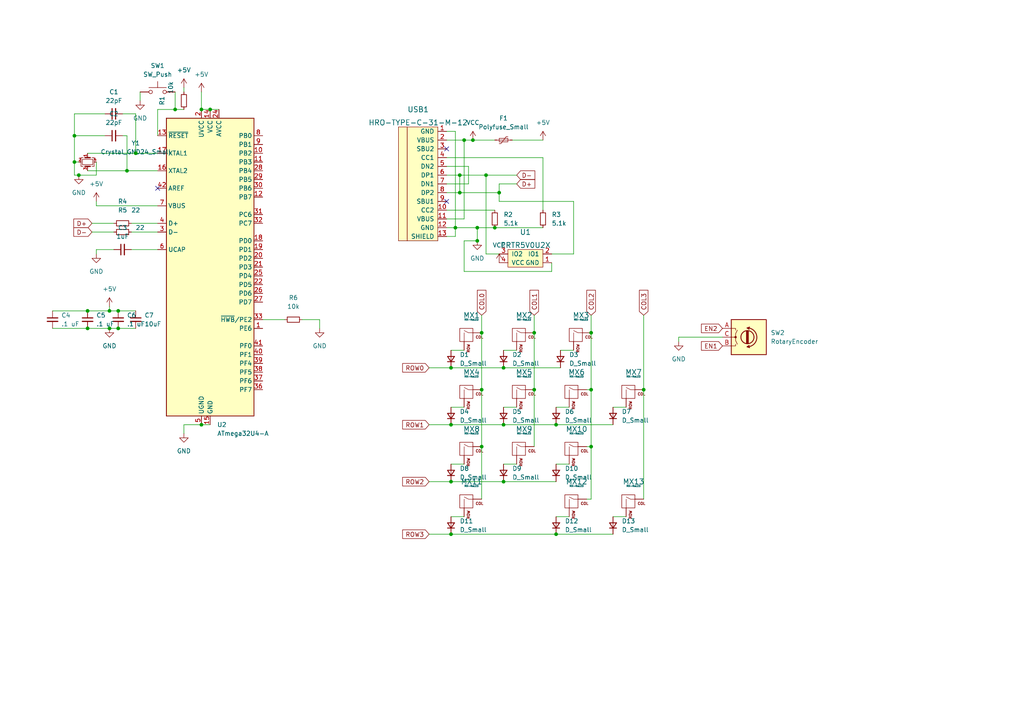
<source format=kicad_sch>
(kicad_sch (version 20211123) (generator eeschema)
  (paper "A4")
  (lib_symbols
    (symbol "Device:C_Small" (pin_numbers hide) (pin_names (offset 0.254) hide)
      (property "Reference" "C" (at 0.254 1.778 0))
      (property "Value" "C_Small" (at 0.254 -2.032 0))
      (symbol "C_Small_0_1"
        (polyline (pts (xy -1.524 -0.508) (xy 1.524 -0.508)) (stroke (width 0.3302)))
        (polyline (pts (xy -1.524 0.508) (xy 1.524 0.508)) (stroke (width 0.3048)))
      )
      (symbol "C_Small_1_1"
        (pin passive line (at 0 2.54 270) (length 2.032) (name "~") (number "1"))
        (pin passive line (at 0 -2.54 90) (length 2.032) (name "~") (number "2"))
      )
    )
    (symbol "Device:Crystal_GND24_Small" (pin_names (offset 1.016) hide)
      (property "Reference" "Y" (at 1.27 4.445 0))
      (property "Value" "Crystal_GND24_Small" (at 1.27 2.54 0))
      (symbol "Crystal_GND24_Small_0_1"
        (rectangle (start -0.762 -1.524) (end 0.762 1.524))
        (polyline (pts (xy -1.27 -0.762) (xy -1.27 0.762)) (stroke (width 0.381)))
        (polyline (pts (xy 1.27 -0.762) (xy 1.27 0.762)) (stroke (width 0.381)))
        (polyline (pts (xy -1.27 -1.27) (xy -1.27 -1.905) (xy 1.27 -1.905) (xy 1.27 -1.27)))
        (polyline (pts (xy -1.27 1.27) (xy -1.27 1.905) (xy 1.27 1.905) (xy 1.27 1.27)))
      )
      (symbol "Crystal_GND24_Small_1_1"
        (pin passive line (at -2.54 0 0) (length 1.27) (name "1") (number "1"))
        (pin passive line (at 0 -2.54 90) (length 0.635) (name "2") (number "2"))
        (pin passive line (at 2.54 0 180) (length 1.27) (name "3") (number "3"))
        (pin passive line (at 0 2.54 270) (length 0.635) (name "4") (number "4"))
      )
    )
    (symbol "Device:D_Small" (pin_numbers hide) (pin_names (offset 0.254) hide)
      (property "Reference" "D" (at -1.27 2.032 0))
      (property "Value" "D_Small" (at -3.81 -2.032 0))
      (symbol "D_Small_0_1"
        (polyline (pts (xy -0.762 -1.016) (xy -0.762 1.016)) (stroke (width 0.254)))
        (polyline (pts (xy -0.762 0) (xy 0.762 0)))
        (polyline (pts (xy 0.762 -1.016) (xy -0.762 0) (xy 0.762 1.016) (xy 0.762 -1.016)) (stroke (width 0.254)))
      )
      (symbol "D_Small_1_1"
        (pin passive line (at -2.54 0 0) (length 1.778) (name "K") (number "1"))
        (pin passive line (at 2.54 0 180) (length 1.778) (name "A") (number "2"))
      )
    )
    (symbol "Device:Polyfuse_Small" (pin_numbers hide) (pin_names (offset 0))
      (property "Reference" "F" (at -1.905 0 90))
      (property "Value" "Polyfuse_Small" (at 1.905 0 90))
      (symbol "Polyfuse_Small_0_1"
        (rectangle (start -0.508 1.27) (end 0.508 -1.27))
        (polyline (pts (xy 0 2.54) (xy 0 -2.54)))
        (polyline (pts (xy -1.016 1.27) (xy -1.016 0.762) (xy 1.016 -0.762) (xy 1.016 -1.27)))
      )
      (symbol "Polyfuse_Small_1_1"
        (pin passive line (at 0 2.54 270) (length 0.635) (name "~") (number "1"))
        (pin passive line (at 0 -2.54 90) (length 0.635) (name "~") (number "2"))
      )
    )
    (symbol "Device:R_Small" (pin_numbers hide) (pin_names (offset 0.254) hide)
      (property "Reference" "R" (at 0.762 0.508 0))
      (property "Value" "R_Small" (at 0.762 -1.016 0))
      (symbol "R_Small_0_1"
        (rectangle (start -0.762 1.778) (end 0.762 -1.778) (stroke (width 0.2032)))
      )
      (symbol "R_Small_1_1"
        (pin passive line (at 0 2.54 270) (length 0.762) (name "~") (number "1"))
        (pin passive line (at 0 -2.54 90) (length 0.762) (name "~") (number "2"))
      )
    )
    (symbol "Device:RotaryEncoder" (pin_names (offset 0.254) hide)
      (property "Reference" "SW" (at 0 6.604 0))
      (property "Value" "RotaryEncoder" (at 0 -6.604 0))
      (symbol "RotaryEncoder_0_1"
        (rectangle (start -5.08 5.08) (end 5.08 -5.08) (stroke (width 0.254)) (fill (type background)))
        (circle (center -3.81 0) (radius 0.254) (fill (type outline)))
        (arc (start -0.381 -2.794) (mid 2.3622 -0.0508) (end -0.381 2.667) (stroke (width 0.254)))
        (circle (center -0.381 0) (radius 1.905) (stroke (width 0.254)))
        (polyline (pts (xy -0.635 -1.778) (xy -0.635 1.778)) (stroke (width 0.254)))
        (polyline (pts (xy -0.381 -1.778) (xy -0.381 1.778)) (stroke (width 0.254)))
        (polyline (pts (xy -0.127 1.778) (xy -0.127 -1.778)) (stroke (width 0.254)))
        (polyline (pts (xy -5.08 -2.54) (xy -3.81 -2.54) (xy -3.81 -2.032)))
        (polyline (pts (xy -5.08 2.54) (xy -3.81 2.54) (xy -3.81 2.032)))
        (polyline (pts (xy 0.254 -3.048) (xy -0.508 -2.794) (xy 0.127 -2.413)) (stroke (width 0.254)))
        (polyline (pts (xy 0.254 2.921) (xy -0.508 2.667) (xy 0.127 2.286)) (stroke (width 0.254)))
        (polyline (pts (xy -5.08 0) (xy -3.81 0) (xy -3.81 -1.016) (xy -3.302 -2.032)))
        (polyline (pts (xy -4.318 0) (xy -3.81 0) (xy -3.81 1.016) (xy -3.302 2.032)))
      )
      (symbol "RotaryEncoder_1_1"
        (pin passive line (at -7.62 2.54 0) (length 2.54) (name "A") (number "A"))
        (pin passive line (at -7.62 -2.54 0) (length 2.54) (name "B") (number "B"))
        (pin passive line (at -7.62 0 0) (length 2.54) (name "C") (number "C"))
      )
    )
    (symbol "MCU_Microchip_ATmega:ATmega32U4-A"
      (property "Reference" "U" (at -12.7 44.45 0))
      (property "Value" "ATmega32U4-A" (at 2.54 -44.45 0))
      (symbol "ATmega32U4-A_0_1"
        (rectangle (start -12.7 -43.18) (end 12.7 43.18) (stroke (width 0.254)) (fill (type background)))
      )
      (symbol "ATmega32U4-A_1_1"
        (pin bidirectional line (at 15.24 -17.78 180) (length 2.54) (name "PE6") (number "1"))
        (pin bidirectional line (at 15.24 33.02 180) (length 2.54) (name "PB2") (number "10"))
        (pin bidirectional line (at 15.24 30.48 180) (length 2.54) (name "PB3") (number "11"))
        (pin bidirectional line (at 15.24 20.32 180) (length 2.54) (name "PB7") (number "12"))
        (pin input line (at -15.24 38.1 0) (length 2.54) (name "~{RESET}") (number "13"))
        (pin power_in line (at 0 45.72 270) (length 2.54) (name "VCC") (number "14"))
        (pin power_in line (at 0 -45.72 90) (length 2.54) (name "GND") (number "15"))
        (pin output line (at -15.24 27.94 0) (length 2.54) (name "XTAL2") (number "16"))
        (pin input line (at -15.24 33.02 0) (length 2.54) (name "XTAL1") (number "17"))
        (pin bidirectional line (at 15.24 7.62 180) (length 2.54) (name "PD0") (number "18"))
        (pin bidirectional line (at 15.24 5.08 180) (length 2.54) (name "PD1") (number "19"))
        (pin power_in line (at -2.54 45.72 270) (length 2.54) (name "UVCC") (number "2"))
        (pin bidirectional line (at 15.24 2.54 180) (length 2.54) (name "PD2") (number "20"))
        (pin bidirectional line (at 15.24 0 180) (length 2.54) (name "PD3") (number "21"))
        (pin bidirectional line (at 15.24 -5.08 180) (length 2.54) (name "PD5") (number "22"))
        (pin passive line (at 0 -45.72 90) (length 2.54) hide (name "GND") (number "23"))
        (pin power_in line (at 2.54 45.72 270) (length 2.54) (name "AVCC") (number "24"))
        (pin bidirectional line (at 15.24 -2.54 180) (length 2.54) (name "PD4") (number "25"))
        (pin bidirectional line (at 15.24 -7.62 180) (length 2.54) (name "PD6") (number "26"))
        (pin bidirectional line (at 15.24 -10.16 180) (length 2.54) (name "PD7") (number "27"))
        (pin bidirectional line (at 15.24 27.94 180) (length 2.54) (name "PB4") (number "28"))
        (pin bidirectional line (at 15.24 25.4 180) (length 2.54) (name "PB5") (number "29"))
        (pin bidirectional line (at -15.24 10.16 0) (length 2.54) (name "D-") (number "3"))
        (pin bidirectional line (at 15.24 22.86 180) (length 2.54) (name "PB6") (number "30"))
        (pin bidirectional line (at 15.24 15.24 180) (length 2.54) (name "PC6") (number "31"))
        (pin bidirectional line (at 15.24 12.7 180) (length 2.54) (name "PC7") (number "32"))
        (pin bidirectional line (at 15.24 -15.24 180) (length 2.54) (name "~{HWB}/PE2") (number "33"))
        (pin passive line (at 0 45.72 270) (length 2.54) hide (name "VCC") (number "34"))
        (pin passive line (at 0 -45.72 90) (length 2.54) hide (name "GND") (number "35"))
        (pin bidirectional line (at 15.24 -35.56 180) (length 2.54) (name "PF7") (number "36"))
        (pin bidirectional line (at 15.24 -33.02 180) (length 2.54) (name "PF6") (number "37"))
        (pin bidirectional line (at 15.24 -30.48 180) (length 2.54) (name "PF5") (number "38"))
        (pin bidirectional line (at 15.24 -27.94 180) (length 2.54) (name "PF4") (number "39"))
        (pin bidirectional line (at -15.24 12.7 0) (length 2.54) (name "D+") (number "4"))
        (pin bidirectional line (at 15.24 -25.4 180) (length 2.54) (name "PF1") (number "40"))
        (pin bidirectional line (at 15.24 -22.86 180) (length 2.54) (name "PF0") (number "41"))
        (pin passive line (at -15.24 22.86 0) (length 2.54) (name "AREF") (number "42"))
        (pin passive line (at 0 -45.72 90) (length 2.54) hide (name "GND") (number "43"))
        (pin passive line (at 2.54 45.72 270) (length 2.54) hide (name "AVCC") (number "44"))
        (pin passive line (at -2.54 -45.72 90) (length 2.54) (name "UGND") (number "5"))
        (pin passive line (at -15.24 5.08 0) (length 2.54) (name "UCAP") (number "6"))
        (pin input line (at -15.24 17.78 0) (length 2.54) (name "VBUS") (number "7"))
        (pin bidirectional line (at 15.24 38.1 180) (length 2.54) (name "PB0") (number "8"))
        (pin bidirectional line (at 15.24 35.56 180) (length 2.54) (name "PB1") (number "9"))
      )
    )
    (symbol "MX_Alps_Hybrid:MX-NoLED" (pin_names (offset 1.016))
      (property "Reference" "MX" (at -0.635 3.81 0))
      (property "Value" "MX-NoLED" (at -0.635 1.27 0))
      (symbol "MX-NoLED_0_0"
        (rectangle (start -2.54 2.54) (end 1.27 -1.27))
        (polyline (pts (xy -1.27 -1.27) (xy -1.27 1.27)) (stroke (width 0.127)))
        (polyline (pts (xy 1.27 1.27) (xy 0 1.27) (xy -1.27 1.905)) (stroke (width 0.127)))
        (text "COL" (at 3.175 0 0) (effects (font (size 0.762 0.762))))
        (text "ROW" (at 0 -1.905 900) (effects (font (size 0.762 0.762)) (justify right)))
      )
      (symbol "MX-NoLED_1_1"
        (pin passive line (at 3.81 1.27 180) (length 2.54) (name "COL") (number "1"))
        (pin passive line (at -1.27 -3.81 90) (length 2.54) (name "ROW") (number "2"))
      )
    )
    (symbol "Switch:SW_Push" (pin_numbers hide) (pin_names (offset 1.016) hide)
      (property "Reference" "SW" (at 1.27 2.54 0))
      (property "Value" "SW_Push" (at 0 -1.524 0))
      (symbol "SW_Push_0_1"
        (circle (center -2.032 0) (radius 0.508))
        (polyline (pts (xy 0 1.27) (xy 0 3.048)))
        (polyline (pts (xy 2.54 1.27) (xy -2.54 1.27)))
        (circle (center 2.032 0) (radius 0.508))
        (pin passive line (at -5.08 0 0) (length 2.54) (name "1") (number "1"))
        (pin passive line (at 5.08 0 180) (length 2.54) (name "2") (number "2"))
      )
    )
    (symbol "Type-C:HRO-TYPE-C-31-M-12" (pin_names (offset 1.016))
      (property "Reference" "USB" (at -5.08 16.51 0))
      (property "Value" "HRO-TYPE-C-31-M-12" (at -10.16 -1.27 90))
      (symbol "HRO-TYPE-C-31-M-12_0_1"
        (rectangle (start -11.43 15.24) (end -8.89 -17.78) (fill (type background)))
        (rectangle (start 0 -17.78) (end -8.89 15.24) (fill (type background)))
      )
      (symbol "HRO-TYPE-C-31-M-12_1_1"
        (pin input line (at 2.54 13.97 180) (length 2.54) (name "GND") (number "1"))
        (pin input line (at 2.54 -8.89 180) (length 2.54) (name "CC2") (number "10"))
        (pin input line (at 2.54 -11.43 180) (length 2.54) (name "VBUS") (number "11"))
        (pin input line (at 2.54 -13.97 180) (length 2.54) (name "GND") (number "12"))
        (pin input line (at 2.54 -16.51 180) (length 2.54) (name "SHIELD") (number "13"))
        (pin input line (at 2.54 11.43 180) (length 2.54) (name "VBUS") (number "2"))
        (pin input line (at 2.54 8.89 180) (length 2.54) (name "SBU2") (number "3"))
        (pin input line (at 2.54 6.35 180) (length 2.54) (name "CC1") (number "4"))
        (pin input line (at 2.54 3.81 180) (length 2.54) (name "DN2") (number "5"))
        (pin input line (at 2.54 1.27 180) (length 2.54) (name "DP1") (number "6"))
        (pin input line (at 2.54 -1.27 180) (length 2.54) (name "DN1") (number "7"))
        (pin input line (at 2.54 -3.81 180) (length 2.54) (name "DP2") (number "8"))
        (pin input line (at 2.54 -6.35 180) (length 2.54) (name "SBU1") (number "9"))
      )
    )
    (symbol "power:+5V" (power) (pin_names (offset 0))
      (property "Value" "+5V" (at 0 3.556 0))
      (symbol "+5V_0_1"
        (polyline (pts (xy -0.762 1.27) (xy 0 2.54)))
        (polyline (pts (xy 0 0) (xy 0 2.54)))
        (polyline (pts (xy 0 2.54) (xy 0.762 1.27)))
      )
      (symbol "+5V_1_1"
        (pin power_in line (at 0 0 90) (length 0) hide (name "+5V") (number "1"))
      )
    )
    (symbol "power:GND" (power) (pin_names (offset 0))
      (property "Value" "GND" (at 0 -3.81 0))
      (symbol "GND_0_1"
        (polyline (pts (xy 0 0) (xy 0 -1.27) (xy 1.27 -1.27) (xy 0 -2.54) (xy -1.27 -1.27) (xy 0 -1.27)))
      )
      (symbol "GND_1_1"
        (pin power_in line (at 0 0 270) (length 0) hide (name "GND") (number "1"))
      )
    )
    (symbol "power:VCC" (power) (pin_names (offset 0))
      (property "Value" "VCC" (at 0 3.81 0))
      (symbol "VCC_0_1"
        (polyline (pts (xy -0.762 1.27) (xy 0 2.54)))
        (polyline (pts (xy 0 0) (xy 0 2.54)))
        (polyline (pts (xy 0 2.54) (xy 0.762 1.27)))
      )
      (symbol "VCC_1_1"
        (pin power_in line (at 0 0 90) (length 0) hide (name "VCC") (number "1"))
      )
    )
    (symbol "random-keyboard-parts:PRTR5V0U2X" (pin_names (offset 1.016))
      (property "Reference" "U" (at 0 3.81 0))
      (property "Value" "PRTR5V0U2X" (at 0 -3.81 0))
      (symbol "PRTR5V0U2X_0_1"
        (rectangle (start -5.08 2.54) (end 5.08 -2.54) (fill (type background)))
      )
      (symbol "PRTR5V0U2X_1_1"
        (pin input line (at -7.62 1.27 0) (length 2.54) (name "GND") (number "1"))
        (pin input line (at -7.62 -1.27 0) (length 2.54) (name "IO1") (number "2"))
        (pin input line (at 7.62 -1.27 180) (length 2.54) (name "IO2") (number "3"))
        (pin input line (at 7.62 1.27 180) (length 2.54) (name "VCC") (number "4"))
      )
    )
  )
  (junction (at 130.81 154.94))
  (junction (at 31.75 95.25))
  (junction (at 138.43 66.04))
  (junction (at 25.4 95.25))
  (junction (at 22.86 50.8))
  (junction (at 161.29 154.94))
  (junction (at 171.45 129.54))
  (junction (at 21.59 46.99))
  (junction (at 171.45 113.03))
  (junction (at 60.96 31.75))
  (junction (at 171.45 96.52))
  (junction (at 154.94 96.52))
  (junction (at 132.08 66.04))
  (junction (at 34.29 95.25))
  (junction (at 138.43 69.85))
  (junction (at 139.7 113.03))
  (junction (at 31.75 90.17))
  (junction (at 50.8 31.75))
  (junction (at 133.35 50.8))
  (junction (at 36.83 49.53))
  (junction (at 186.69 113.03))
  (junction (at 21.59 39.37))
  (junction (at 34.29 90.17))
  (junction (at 137.16 40.64))
  (junction (at 144.78 55.88))
  (junction (at 130.81 106.68))
  (junction (at 139.7 96.52))
  (junction (at 139.7 129.54))
  (junction (at 161.29 123.19))
  (junction (at 143.51 66.04))
  (junction (at 130.81 123.19))
  (junction (at 39.37 44.45))
  (junction (at 58.42 31.75))
  (junction (at 134.62 40.64))
  (junction (at 133.35 55.88))
  (junction (at 154.94 113.03))
  (junction (at 140.97 50.8))
  (junction (at 146.05 139.7))
  (junction (at 146.05 123.19))
  (junction (at 130.81 139.7))
  (junction (at 58.42 123.19))
  (junction (at 146.05 106.68))
  (junction (at 25.4 90.17))
  (no_connect (at 129.54 43.18))
  (no_connect (at 129.54 58.42))
  (no_connect (at 45.72 54.61))
  (wire (pts (xy 171.45 91.44) (xy 171.45 96.52)))
  (wire (pts (xy 129.54 48.26) (xy 135.89 48.26)))
  (wire (pts (xy 130.81 123.19) (xy 146.05 123.19)))
  (wire (pts (xy 144.78 73.66) (xy 140.97 73.66)))
  (wire (pts (xy 129.54 53.34) (xy 135.89 53.34)))
  (wire (pts (xy 129.54 38.1) (xy 132.08 38.1)))
  (wire (pts (xy 36.83 39.37) (xy 35.56 39.37)))
  (wire (pts (xy 25.4 49.53) (xy 36.83 49.53)))
  (wire (pts (xy 53.34 123.19) (xy 58.42 123.19)))
  (wire (pts (xy 161.29 118.11) (xy 165.1 118.11)))
  (wire (pts (xy 162.56 101.6) (xy 166.37 101.6)))
  (wire (pts (xy 31.75 90.17) (xy 34.29 90.17)))
  (wire (pts (xy 130.81 149.86) (xy 134.62 149.86)))
  (wire (pts (xy 39.37 44.45) (xy 39.37 33.02)))
  (wire (pts (xy 92.71 92.71) (xy 92.71 95.25)))
  (wire (pts (xy 26.67 64.77) (xy 33.02 64.77)))
  (wire (pts (xy 60.96 31.75) (xy 63.5 31.75)))
  (wire (pts (xy 144.78 53.34) (xy 149.86 53.34)))
  (wire (pts (xy 15.24 95.25) (xy 25.4 95.25)))
  (wire (pts (xy 154.94 91.44) (xy 154.94 96.52)))
  (wire (pts (xy 144.78 55.88) (xy 144.78 53.34)))
  (wire (pts (xy 38.1 64.77) (xy 45.72 64.77)))
  (wire (pts (xy 154.94 113.03) (xy 154.94 129.54)))
  (wire (pts (xy 166.37 58.42) (xy 144.78 58.42)))
  (wire (pts (xy 161.29 154.94) (xy 177.8 154.94)))
  (wire (pts (xy 196.85 99.06) (xy 196.85 97.79)))
  (wire (pts (xy 53.34 125.73) (xy 53.34 123.19)))
  (wire (pts (xy 124.46 154.94) (xy 130.81 154.94)))
  (wire (pts (xy 30.48 33.02) (xy 21.59 33.02)))
  (wire (pts (xy 171.45 96.52) (xy 171.45 113.03)))
  (wire (pts (xy 134.62 63.5) (xy 134.62 40.64)))
  (wire (pts (xy 21.59 33.02) (xy 21.59 39.37)))
  (wire (pts (xy 134.62 78.74) (xy 134.62 69.85)))
  (wire (pts (xy 171.45 144.78) (xy 170.18 144.78)))
  (wire (pts (xy 171.45 129.54) (xy 170.18 129.54)))
  (wire (pts (xy 134.62 40.64) (xy 137.16 40.64)))
  (wire (pts (xy 139.7 96.52) (xy 139.7 113.03)))
  (wire (pts (xy 50.8 31.75) (xy 53.34 31.75)))
  (wire (pts (xy 139.7 129.54) (xy 139.7 144.78)))
  (wire (pts (xy 25.4 90.17) (xy 31.75 90.17)))
  (wire (pts (xy 146.05 139.7) (xy 161.29 139.7)))
  (wire (pts (xy 157.48 45.72) (xy 129.54 45.72)))
  (wire (pts (xy 134.62 40.64) (xy 129.54 40.64)))
  (wire (pts (xy 135.89 48.26) (xy 135.89 53.34)))
  (wire (pts (xy 21.59 39.37) (xy 30.48 39.37)))
  (wire (pts (xy 132.08 68.58) (xy 129.54 68.58)))
  (wire (pts (xy 25.4 95.25) (xy 31.75 95.25)))
  (wire (pts (xy 50.8 26.67) (xy 50.8 31.75)))
  (wire (pts (xy 146.05 118.11) (xy 149.86 118.11)))
  (wire (pts (xy 34.29 95.25) (xy 39.37 95.25)))
  (wire (pts (xy 161.29 134.62) (xy 165.1 134.62)))
  (wire (pts (xy 124.46 123.19) (xy 130.81 123.19)))
  (wire (pts (xy 45.72 31.75) (xy 45.72 39.37)))
  (wire (pts (xy 171.45 129.54) (xy 171.45 144.78)))
  (wire (pts (xy 133.35 55.88) (xy 144.78 55.88)))
  (wire (pts (xy 146.05 123.19) (xy 161.29 123.19)))
  (wire (pts (xy 34.29 90.17) (xy 39.37 90.17)))
  (wire (pts (xy 146.05 134.62) (xy 149.86 134.62)))
  (wire (pts (xy 140.97 73.66) (xy 140.97 50.8)))
  (wire (pts (xy 124.46 106.68) (xy 130.81 106.68)))
  (wire (pts (xy 132.08 38.1) (xy 132.08 66.04)))
  (wire (pts (xy 157.48 60.96) (xy 157.48 45.72)))
  (wire (pts (xy 39.37 44.45) (xy 45.72 44.45)))
  (wire (pts (xy 148.59 40.64) (xy 157.48 40.64)))
  (wire (pts (xy 134.62 69.85) (xy 138.43 69.85)))
  (wire (pts (xy 129.54 50.8) (xy 133.35 50.8)))
  (wire (pts (xy 38.1 72.39) (xy 45.72 72.39)))
  (wire (pts (xy 58.42 123.19) (xy 60.96 123.19)))
  (wire (pts (xy 161.29 123.19) (xy 177.8 123.19)))
  (wire (pts (xy 186.69 91.44) (xy 186.69 113.03)))
  (wire (pts (xy 31.75 95.25) (xy 34.29 95.25)))
  (wire (pts (xy 171.45 113.03) (xy 171.45 129.54)))
  (wire (pts (xy 87.63 92.71) (xy 92.71 92.71)))
  (wire (pts (xy 160.02 73.66) (xy 166.37 73.66)))
  (wire (pts (xy 139.7 113.03) (xy 139.7 129.54)))
  (wire (pts (xy 27.94 50.8) (xy 22.86 50.8)))
  (wire (pts (xy 27.94 73.66) (xy 27.94 72.39)))
  (wire (pts (xy 139.7 91.44) (xy 139.7 96.52)))
  (wire (pts (xy 166.37 73.66) (xy 166.37 58.42)))
  (wire (pts (xy 40.64 26.67) (xy 40.64 29.21)))
  (wire (pts (xy 39.37 33.02) (xy 35.56 33.02)))
  (wire (pts (xy 137.16 40.64) (xy 143.51 40.64)))
  (wire (pts (xy 130.81 139.7) (xy 146.05 139.7)))
  (wire (pts (xy 186.69 113.03) (xy 186.69 144.78)))
  (wire (pts (xy 129.54 60.96) (xy 143.51 60.96)))
  (wire (pts (xy 144.78 58.42) (xy 144.78 55.88)))
  (wire (pts (xy 132.08 66.04) (xy 138.43 66.04)))
  (wire (pts (xy 21.59 46.99) (xy 22.86 46.99)))
  (wire (pts (xy 21.59 46.99) (xy 21.59 50.8)))
  (wire (pts (xy 161.29 149.86) (xy 165.1 149.86)))
  (wire (pts (xy 130.81 106.68) (xy 146.05 106.68)))
  (wire (pts (xy 138.43 66.04) (xy 143.51 66.04)))
  (wire (pts (xy 130.81 154.94) (xy 161.29 154.94)))
  (wire (pts (xy 130.81 118.11) (xy 134.62 118.11)))
  (wire (pts (xy 138.43 66.04) (xy 138.43 69.85)))
  (wire (pts (xy 36.83 49.53) (xy 45.72 49.53)))
  (wire (pts (xy 27.94 59.69) (xy 45.72 59.69)))
  (wire (pts (xy 132.08 66.04) (xy 132.08 68.58)))
  (wire (pts (xy 129.54 66.04) (xy 132.08 66.04)))
  (wire (pts (xy 146.05 101.6) (xy 149.86 101.6)))
  (wire (pts (xy 160.02 78.74) (xy 134.62 78.74)))
  (wire (pts (xy 26.67 67.31) (xy 33.02 67.31)))
  (wire (pts (xy 36.83 49.53) (xy 36.83 39.37)))
  (wire (pts (xy 27.94 58.42) (xy 27.94 59.69)))
  (wire (pts (xy 58.42 26.67) (xy 58.42 31.75)))
  (wire (pts (xy 21.59 50.8) (xy 22.86 50.8)))
  (wire (pts (xy 143.51 66.04) (xy 157.48 66.04)))
  (wire (pts (xy 25.4 44.45) (xy 39.37 44.45)))
  (wire (pts (xy 146.05 106.68) (xy 162.56 106.68)))
  (wire (pts (xy 133.35 50.8) (xy 140.97 50.8)))
  (wire (pts (xy 27.94 72.39) (xy 33.02 72.39)))
  (wire (pts (xy 129.54 55.88) (xy 133.35 55.88)))
  (wire (pts (xy 160.02 76.2) (xy 160.02 78.74)))
  (wire (pts (xy 177.8 149.86) (xy 181.61 149.86)))
  (wire (pts (xy 171.45 113.03) (xy 170.18 113.03)))
  (wire (pts (xy 58.42 31.75) (xy 60.96 31.75)))
  (wire (pts (xy 140.97 50.8) (xy 149.86 50.8)))
  (wire (pts (xy 130.81 134.62) (xy 134.62 134.62)))
  (wire (pts (xy 21.59 39.37) (xy 21.59 46.99)))
  (wire (pts (xy 38.1 67.31) (xy 45.72 67.31)))
  (wire (pts (xy 53.34 25.4) (xy 53.34 26.67)))
  (wire (pts (xy 177.8 118.11) (xy 181.61 118.11)))
  (wire (pts (xy 50.8 31.75) (xy 45.72 31.75)))
  (wire (pts (xy 130.81 101.6) (xy 134.62 101.6)))
  (wire (pts (xy 124.46 139.7) (xy 130.81 139.7)))
  (wire (pts (xy 15.24 90.17) (xy 25.4 90.17)))
  (wire (pts (xy 196.85 97.79) (xy 209.55 97.79)))
  (wire (pts (xy 154.94 96.52) (xy 154.94 113.03)))
  (wire (pts (xy 129.54 63.5) (xy 134.62 63.5)))
  (wire (pts (xy 31.75 88.9) (xy 31.75 90.17)))
  (wire (pts (xy 27.94 46.99) (xy 27.94 50.8)))
  (wire (pts (xy 76.2 92.71) (xy 82.55 92.71)))
  (wire (pts (xy 133.35 50.8) (xy 133.35 55.88)))
  (global_label "D-" (shape input) (at 149.86 50.8 0) (property "Intersheet References" "${INTERSHEET_REFS}" (effects hide)))
  (global_label "ROW1" (shape input) (at 124.46 123.19 180) (property "Intersheet References" "${INTERSHEET_REFS}" (effects hide)))
  (global_label "D+" (shape input) (at 26.67 64.77 180) (property "Intersheet References" "${INTERSHEET_REFS}" (effects hide)))
  (global_label "D+" (shape input) (at 149.86 53.34 0) (property "Intersheet References" "${INTERSHEET_REFS}" (effects hide)))
  (global_label "ROW3" (shape input) (at 124.46 154.94 180) (property "Intersheet References" "${INTERSHEET_REFS}" (effects hide)))
  (global_label "ROW0" (shape input) (at 124.46 106.68 180) (property "Intersheet References" "${INTERSHEET_REFS}" (effects hide)))
  (global_label "ROW2" (shape input) (at 124.46 139.7 180) (property "Intersheet References" "${INTERSHEET_REFS}" (effects hide)))
  (global_label "COL3" (shape input) (at 186.69 91.44 90) (property "Intersheet References" "${INTERSHEET_REFS}" (effects hide)))
  (global_label "COL0" (shape input) (at 139.7 91.44 90) (property "Intersheet References" "${INTERSHEET_REFS}" (effects hide)))
  (global_label "COL1" (shape input) (at 154.94 91.44 90) (property "Intersheet References" "${INTERSHEET_REFS}" (effects hide)))
  (global_label "EN1" (shape input) (at 209.55 100.33 180) (property "Intersheet References" "${INTERSHEET_REFS}" (effects hide)))
  (global_label "EN2" (shape input) (at 209.55 95.25 180) (property "Intersheet References" "${INTERSHEET_REFS}" (effects hide)))
  (global_label "COL2" (shape input) (at 171.45 91.44 90) (property "Intersheet References" "${INTERSHEET_REFS}" (effects hide)))
  (global_label "D-" (shape input) (at 26.67 67.31 180) (property "Intersheet References" "${INTERSHEET_REFS}" (effects hide)))
  (symbol (lib_id "power:+5V") (at 58.42 26.67 0) (unit 1)
    (property "Reference" "#PWR0105" (effects hide))
    (property "Value" "+5V" (at 58.42 21.59 0))
  )
  (symbol (lib_id "MX_Alps_Hybrid:MX-NoLED") (at 166.37 114.3 0) (unit 1)
    (property "Reference" "MX6" (at 167.2556 107.95 0) (effects (font (size 1.524 1.524))))
    (property "Value" "MX-NoLED" (at 167.2556 109.22 0) (effects (font (size 0.508 0.508))))
    (property "Footprint" "MX_Alps_Hybrid:MX-1U" (effects hide))
  )
  (symbol (lib_id "Device:D_Small") (at 146.05 137.16 90) (unit 1)
    (property "Reference" "D9" (at 148.59 135.8899 90) (effects (justify right)))
    (property "Value" "D_Small" (at 148.59 138.4299 90) (effects (justify right)))
    (property "Footprint" "Diode_SMD:D_SOD-123" (effects hide))
  )
  (symbol (lib_id "power:GND") (at 22.86 50.8 0) (unit 1)
    (property "Reference" "#PWR0108" (effects hide))
    (property "Value" "GND" (at 22.86 55.88 0))
  )
  (symbol (lib_id "MX_Alps_Hybrid:MX-NoLED") (at 166.37 130.81 0) (unit 1)
    (property "Reference" "MX10" (at 167.2556 124.46 0) (effects (font (size 1.524 1.524))))
    (property "Value" "MX-NoLED" (at 167.2556 125.73 0) (effects (font (size 0.508 0.508))))
    (property "Footprint" "MX_Alps_Hybrid:MX-1U" (effects hide))
  )
  (symbol (lib_id "Device:R_Small") (at 85.09 92.71 90) (unit 1)
    (property "Reference" "R6" (at 85.09 86.36 90))
    (property "Value" "10k" (at 85.09 88.9 90))
    (property "Footprint" "MX_Alps_Hybrid:MX-2U" (effects hide))
  )
  (symbol (lib_id "Device:R_Small") (at 35.56 67.31 90) (unit 1)
    (property "Reference" "R5" (at 35.56 60.96 90))
    (property "Value" "22" (at 40.64 66.04 90))
    (property "Footprint" "Resistor_SMD:R_0805_2012Metric" (effects hide))
  )
  (symbol (lib_id "power:GND") (at 196.85 99.06 0) (unit 1)
    (property "Reference" "#PWR0115" (effects hide))
    (property "Value" "GND" (at 196.85 104.14 0))
  )
  (symbol (lib_id "MX_Alps_Hybrid:MX-NoLED") (at 167.64 97.79 0) (unit 1)
    (property "Reference" "MX3" (at 168.5256 91.44 0) (effects (font (size 1.524 1.524))))
    (property "Value" "MX-NoLED" (at 168.5256 92.71 0) (effects (font (size 0.508 0.508))))
    (property "Footprint" "MX_Alps_Hybrid:MX-1U" (effects hide))
  )
  (symbol (lib_id "Device:R_Small") (at 143.51 63.5 0) (unit 1)
    (property "Reference" "R2" (at 146.05 62.2299 0) (effects (justify left)))
    (property "Value" "5.1k" (at 146.05 64.7699 0) (effects (justify left)))
    (property "Footprint" "Resistor_SMD:R_0805_2012Metric" (effects hide))
  )
  (symbol (lib_id "power:+5V") (at 157.48 40.64 0) (unit 1)
    (property "Reference" "#PWR0112" (effects hide))
    (property "Value" "+5V" (at 157.48 35.56 0))
  )
  (symbol (lib_id "power:GND") (at 27.94 73.66 0) (unit 1)
    (property "Reference" "#PWR0103" (effects hide))
    (property "Value" "GND" (at 27.94 78.74 0))
  )
  (symbol (lib_id "Device:Crystal_GND24_Small") (at 25.4 46.99 270) (unit 1)
    (property "Reference" "Y1" (at 39.37 41.5288 90))
    (property "Value" "Crystal_GND24_Small" (at 39.37 44.0688 90))
    (property "Footprint" "Crystal:Crystal_SMD_3225-4Pin_3.2x2.5mm_HandSoldering" (effects hide))
  )
  (symbol (lib_id "Device:D_Small") (at 177.8 120.65 90) (unit 1)
    (property "Reference" "D7" (at 180.34 119.3799 90) (effects (justify right)))
    (property "Value" "D_Small" (at 180.34 121.9199 90) (effects (justify right)))
    (property "Footprint" "Diode_SMD:D_SOD-123" (effects hide))
  )
  (symbol (lib_id "Device:D_Small") (at 130.81 104.14 90) (unit 1)
    (property "Reference" "D1" (at 133.35 102.8699 90) (effects (justify right)))
    (property "Value" "D_Small" (at 133.35 105.4099 90) (effects (justify right)))
    (property "Footprint" "Diode_SMD:D_SOD-123" (effects hide))
  )
  (symbol (lib_id "Device:D_Small") (at 162.56 104.14 90) (unit 1)
    (property "Reference" "D3" (at 165.1 102.8699 90) (effects (justify right)))
    (property "Value" "D_Small" (at 165.1 105.4099 90) (effects (justify right)))
    (property "Footprint" "Diode_SMD:D_SOD-123" (effects hide))
  )
  (symbol (lib_id "Device:R_Small") (at 157.48 63.5 0) (unit 1)
    (property "Reference" "R3" (at 160.02 62.2299 0) (effects (justify left)))
    (property "Value" "5.1k" (at 160.02 64.7699 0) (effects (justify left)))
    (property "Footprint" "Resistor_SMD:R_0805_2012Metric" (effects hide))
  )
  (symbol (lib_id "power:GND") (at 138.43 69.85 0) (unit 1)
    (property "Reference" "#PWR0113" (effects hide))
    (property "Value" "GND" (at 138.43 74.93 0))
  )
  (symbol (lib_id "Device:D_Small") (at 146.05 120.65 90) (unit 1)
    (property "Reference" "D5" (at 148.59 119.3799 90) (effects (justify right)))
    (property "Value" "D_Small" (at 148.59 121.9199 90) (effects (justify right)))
    (property "Footprint" "Diode_SMD:D_SOD-123" (effects hide))
  )
  (symbol (lib_id "MCU_Microchip_ATmega:ATmega32U4-A") (at 60.96 77.47 0) (unit 1)
    (property "Reference" "U2" (at 62.9794 123.19 0) (effects (justify left)))
    (property "Value" "ATmega32U4-A" (at 62.9794 125.73 0) (effects (justify left)))
    (property "Footprint" "Package_QFP:TQFP-44_10x10mm_P0.8mm" (effects hide))
    (property "Datasheet" "http://ww1.microchip.com/downloads/en/DeviceDoc/Atmel-7766-8-bit-AVR-ATmega16U4-32U4_Datasheet.pdf" (effects hide))
  )
  (symbol (lib_id "power:+5V") (at 31.75 88.9 0) (unit 1)
    (property "Reference" "#PWR0101" (effects hide))
    (property "Value" "+5V" (at 31.75 83.82 0))
  )
  (symbol (lib_id "Device:RotaryEncoder") (at 217.17 97.79 0) (unit 1)
    (property "Reference" "SW2" (at 223.52 96.5199 0) (effects (justify left)))
    (property "Value" "RotaryEncoder" (at 223.52 99.0599 0) (effects (justify left)))
    (property "Footprint" "Rotary_Encoder:RotaryEncoder_Alps_EC11E-Switch_Vertical_H20mm_CircularMountingHoles" (effects hide))
  )
  (symbol (lib_id "power:VCC") (at 144.78 76.2 0) (unit 1)
    (property "Reference" "#PWR0114" (effects hide))
    (property "Value" "VCC" (at 144.78 71.12 0))
  )
  (symbol (lib_id "Device:C_Small") (at 25.4 92.71 0) (unit 1)
    (property "Reference" "C5" (at 27.94 91.4462 0) (effects (justify left)))
    (property "Value" ".1 uF" (at 27.94 93.9862 0) (effects (justify left)))
    (property "Footprint" "Capacitor_SMD:C_0805_2012Metric" (effects hide))
  )
  (symbol (lib_id "MX_Alps_Hybrid:MX-NoLED") (at 182.88 146.05 0) (unit 1)
    (property "Reference" "MX13" (at 183.7656 139.7 0) (effects (font (size 1.524 1.524))))
    (property "Value" "MX-NoLED" (at 183.7656 140.97 0) (effects (font (size 0.508 0.508))))
    (property "Footprint" "MX_Alps_Hybrid:MX-2U" (effects hide))
  )
  (symbol (lib_id "Device:D_Small") (at 161.29 137.16 90) (unit 1)
    (property "Reference" "D10" (at 163.83 135.8899 90) (effects (justify right)))
    (property "Value" "D_Small" (at 163.83 138.4299 90) (effects (justify right)))
    (property "Footprint" "Diode_SMD:D_SOD-123" (effects hide))
  )
  (symbol (lib_id "Device:R_Small") (at 35.56 64.77 90) (unit 1)
    (property "Reference" "R4" (at 35.56 58.42 90))
    (property "Value" "22" (at 39.37 60.96 90))
    (property "Footprint" "Resistor_SMD:R_0805_2012Metric" (effects hide))
  )
  (symbol (lib_id "power:+5V") (at 53.34 25.4 0) (unit 1)
    (property "Reference" "#PWR0106" (effects hide))
    (property "Value" "+5V" (at 53.34 20.32 0))
  )
  (symbol (lib_id "Device:Polyfuse_Small") (at 146.05 40.64 90) (unit 1)
    (property "Reference" "F1" (at 146.05 34.29 90))
    (property "Value" "Polyfuse_Small" (at 146.05 36.83 90))
    (property "Footprint" "Fuse:Fuse_1206_3216Metric" (effects hide))
  )
  (symbol (lib_id "Device:D_Small") (at 161.29 152.4 90) (unit 1)
    (property "Reference" "D12" (at 163.83 151.1299 90) (effects (justify right)))
    (property "Value" "D_Small" (at 163.83 153.6699 90) (effects (justify right)))
    (property "Footprint" "Diode_SMD:D_SOD-123" (effects hide))
  )
  (symbol (lib_id "MX_Alps_Hybrid:MX-NoLED") (at 135.89 97.79 0) (unit 1)
    (property "Reference" "MX1" (at 136.7756 91.44 0) (effects (font (size 1.524 1.524))))
    (property "Value" "MX-NoLED" (at 136.7756 92.71 0) (effects (font (size 0.508 0.508))))
    (property "Footprint" "MX_Alps_Hybrid:MX-1U" (effects hide))
  )
  (symbol (lib_id "power:GND") (at 31.75 95.25 0) (unit 1)
    (property "Reference" "#PWR0102" (effects hide))
    (property "Value" "GND" (at 31.75 100.33 0))
  )
  (symbol (lib_id "Device:D_Small") (at 161.29 120.65 90) (unit 1)
    (property "Reference" "D6" (at 163.83 119.3799 90) (effects (justify right)))
    (property "Value" "D_Small" (at 163.83 121.9199 90) (effects (justify right)))
    (property "Footprint" "Diode_SMD:D_SOD-123" (effects hide))
  )
  (symbol (lib_id "MX_Alps_Hybrid:MX-NoLED") (at 135.89 130.81 0) (unit 1)
    (property "Reference" "MX8" (at 136.7756 124.46 0) (effects (font (size 1.524 1.524))))
    (property "Value" "MX-NoLED" (at 136.7756 125.73 0) (effects (font (size 0.508 0.508))))
    (property "Footprint" "MX_Alps_Hybrid:MX-1U" (effects hide))
  )
  (symbol (lib_id "Device:D_Small") (at 130.81 120.65 90) (unit 1)
    (property "Reference" "D4" (at 133.35 119.3799 90) (effects (justify right)))
    (property "Value" "D_Small" (at 133.35 121.9199 90) (effects (justify right)))
    (property "Footprint" "Diode_SMD:D_SOD-123" (effects hide))
  )
  (symbol (lib_id "power:GND") (at 53.34 125.73 0) (unit 1)
    (property "Reference" "#PWR0110" (effects hide))
    (property "Value" "GND" (at 53.34 130.81 0))
  )
  (symbol (lib_id "Device:R_Small") (at 53.34 29.21 180) (unit 1)
    (property "Reference" "R1" (at 46.99 29.21 90))
    (property "Value" "10k" (at 49.53 25.4 90))
    (property "Footprint" "Resistor_SMD:R_0805_2012Metric" (effects hide))
  )
  (symbol (lib_id "Switch:SW_Push") (at 45.72 26.67 0) (unit 1)
    (property "Reference" "SW1" (at 45.72 19.05 0))
    (property "Value" "SW_Push" (at 45.72 21.59 0))
    (property "Footprint" "random-keyboard-parts:SKQG-1155865" (effects hide))
  )
  (symbol (lib_id "Device:D_Small") (at 146.05 104.14 90) (unit 1)
    (property "Reference" "D2" (at 148.59 102.8699 90) (effects (justify right)))
    (property "Value" "D_Small" (at 148.59 105.4099 90) (effects (justify right)))
    (property "Footprint" "Diode_SMD:D_SOD-123" (effects hide))
  )
  (symbol (lib_id "MX_Alps_Hybrid:MX-NoLED") (at 166.37 146.05 0) (unit 1)
    (property "Reference" "MX12" (at 167.2556 139.7 0) (effects (font (size 1.524 1.524))))
    (property "Value" "MX-NoLED" (at 167.2556 140.97 0) (effects (font (size 0.508 0.508))))
    (property "Footprint" "MX_Alps_Hybrid:MX-1U" (effects hide))
  )
  (symbol (lib_id "MX_Alps_Hybrid:MX-NoLED") (at 135.89 146.05 0) (unit 1)
    (property "Reference" "MX11" (at 136.7756 139.7 0) (effects (font (size 1.524 1.524))))
    (property "Value" "MX-NoLED" (at 136.7756 140.97 0) (effects (font (size 0.508 0.508))))
    (property "Footprint" "MX_Alps_Hybrid:MX-1U" (effects hide))
  )
  (symbol (lib_id "random-keyboard-parts:PRTR5V0U2X") (at 152.4 74.93 180) (unit 1)
    (property "Reference" "U1" (at 152.4 67.31 0) (effects (font (size 1.524 1.524))))
    (property "Value" "PRTR5V0U2X" (at 152.4 71.12 0) (effects (font (size 1.524 1.524))))
    (property "Footprint" "random-keyboard-parts:SOT143B" (effects hide))
  )
  (symbol (lib_id "Device:D_Small") (at 177.8 152.4 90) (unit 1)
    (property "Reference" "D13" (at 180.34 151.1299 90) (effects (justify right)))
    (property "Value" "D_Small" (at 180.34 153.6699 90) (effects (justify right)))
    (property "Footprint" "Diode_SMD:D_SOD-123" (effects hide))
  )
  (symbol (lib_id "Device:D_Small") (at 130.81 152.4 90) (unit 1)
    (property "Reference" "D11" (at 133.35 151.1299 90) (effects (justify right)))
    (property "Value" "D_Small" (at 133.35 153.6699 90) (effects (justify right)))
    (property "Footprint" "Diode_SMD:D_SOD-123" (effects hide))
  )
  (symbol (lib_id "MX_Alps_Hybrid:MX-NoLED") (at 182.88 114.3 0) (unit 1)
    (property "Reference" "MX7" (at 183.7656 107.95 0) (effects (font (size 1.524 1.524))))
    (property "Value" "MX-NoLED" (at 183.7656 109.22 0) (effects (font (size 0.508 0.508))))
    (property "Footprint" "MX_Alps_Hybrid:MX-2U" (effects hide))
  )
  (symbol (lib_id "Device:C_Small") (at 39.37 92.71 0) (unit 1)
    (property "Reference" "C7" (at 41.91 91.4462 0) (effects (justify left)))
    (property "Value" "10uF" (at 41.91 93.9862 0) (effects (justify left)))
    (property "Footprint" "Capacitor_SMD:C_0805_2012Metric" (effects hide))
  )
  (symbol (lib_id "Device:D_Small") (at 130.81 137.16 90) (unit 1)
    (property "Reference" "D8" (at 133.35 135.8899 90) (effects (justify right)))
    (property "Value" "D_Small" (at 133.35 138.4299 90) (effects (justify right)))
    (property "Footprint" "Diode_SMD:D_SOD-123" (effects hide))
  )
  (symbol (lib_id "MX_Alps_Hybrid:MX-NoLED") (at 151.13 130.81 0) (unit 1)
    (property "Reference" "MX9" (at 152.0156 124.46 0) (effects (font (size 1.524 1.524))))
    (property "Value" "MX-NoLED" (at 152.0156 125.73 0) (effects (font (size 0.508 0.508))))
    (property "Footprint" "MX_Alps_Hybrid:MX-1U" (effects hide))
  )
  (symbol (lib_id "Device:C_Small") (at 15.24 92.71 0) (unit 1)
    (property "Reference" "C4" (at 17.78 91.4462 0) (effects (justify left)))
    (property "Value" ".1 uF" (at 17.78 93.9862 0) (effects (justify left)))
    (property "Footprint" "Capacitor_SMD:C_0805_2012Metric" (effects hide))
  )
  (symbol (lib_id "power:VCC") (at 137.16 40.64 0) (unit 1)
    (property "Reference" "#PWR0111" (effects hide))
    (property "Value" "VCC" (at 137.16 35.56 0))
  )
  (symbol (lib_id "power:GND") (at 92.71 95.25 0) (unit 1)
    (property "Reference" "#PWR0109" (effects hide))
    (property "Value" "GND" (at 92.71 100.33 0))
  )
  (symbol (lib_id "Device:C_Small") (at 35.56 72.39 90) (unit 1)
    (property "Reference" "C3" (at 35.5663 66.04 90))
    (property "Value" "1uF" (at 35.5663 68.58 90))
    (property "Footprint" "Capacitor_SMD:C_0805_2012Metric" (effects hide))
  )
  (symbol (lib_id "Device:C_Small") (at 33.02 39.37 90) (unit 1)
    (property "Reference" "C2" (at 33.0263 33.02 90))
    (property "Value" "22pF" (at 33.0263 35.56 90))
    (property "Footprint" "Capacitor_SMD:C_0805_2012Metric" (effects hide))
  )
  (symbol (lib_id "MX_Alps_Hybrid:MX-NoLED") (at 151.13 114.3 0) (unit 1)
    (property "Reference" "MX5" (at 152.0156 107.95 0) (effects (font (size 1.524 1.524))))
    (property "Value" "MX-NoLED" (at 152.0156 109.22 0) (effects (font (size 0.508 0.508))))
    (property "Footprint" "MX_Alps_Hybrid:MX-1U" (effects hide))
  )
  (symbol (lib_id "MX_Alps_Hybrid:MX-NoLED") (at 151.13 97.79 0) (unit 1)
    (property "Reference" "MX2" (at 152.0156 91.44 0) (effects (font (size 1.524 1.524))))
    (property "Value" "MX-NoLED" (at 152.0156 92.71 0) (effects (font (size 0.508 0.508))))
    (property "Footprint" "MX_Alps_Hybrid:MX-1U" (effects hide))
  )
  (symbol (lib_id "MX_Alps_Hybrid:MX-NoLED") (at 135.89 114.3 0) (unit 1)
    (property "Reference" "MX4" (at 136.7756 107.95 0) (effects (font (size 1.524 1.524))))
    (property "Value" "MX-NoLED" (at 136.7756 109.22 0) (effects (font (size 0.508 0.508))))
    (property "Footprint" "MX_Alps_Hybrid:MX-1U" (effects hide))
  )
  (symbol (lib_id "Type-C:HRO-TYPE-C-31-M-12") (at 127 52.07 0) (unit 1)
    (property "Reference" "USB1" (at 121.285 31.75 0) (effects (font (size 1.524 1.524))))
    (property "Value" "HRO-TYPE-C-31-M-12" (at 121.285 35.56 0) (effects (font (size 1.524 1.524))))
    (property "Footprint" "Type-C:HRO-TYPE-C-31-M-12-HandSoldering" (effects hide))
  )
  (symbol (lib_id "power:+5V") (at 27.94 58.42 0) (unit 1)
    (property "Reference" "#PWR0107" (effects hide))
    (property "Value" "+5V" (at 27.94 53.34 0))
  )
  (symbol (lib_id "Device:C_Small") (at 34.29 92.71 0) (unit 1)
    (property "Reference" "C6" (at 36.83 91.4462 0) (effects (justify left)))
    (property "Value" ".1 uF" (at 36.83 93.9862 0) (effects (justify left)))
    (property "Footprint" "Capacitor_SMD:C_0805_2012Metric" (effects hide))
  )
  (symbol (lib_id "Device:C_Small") (at 33.02 33.02 90) (unit 1)
    (property "Reference" "C1" (at 33.0263 26.67 90))
    (property "Value" "22pF" (at 33.0263 29.21 90))
    (property "Footprint" "Capacitor_SMD:C_0805_2012Metric" (effects hide))
  )
  (symbol (lib_id "power:GND") (at 40.64 29.21 0) (unit 1)
    (property "Reference" "#PWR0104" (effects hide))
    (property "Value" "GND" (at 40.64 34.29 0))
  )
)
</source>
